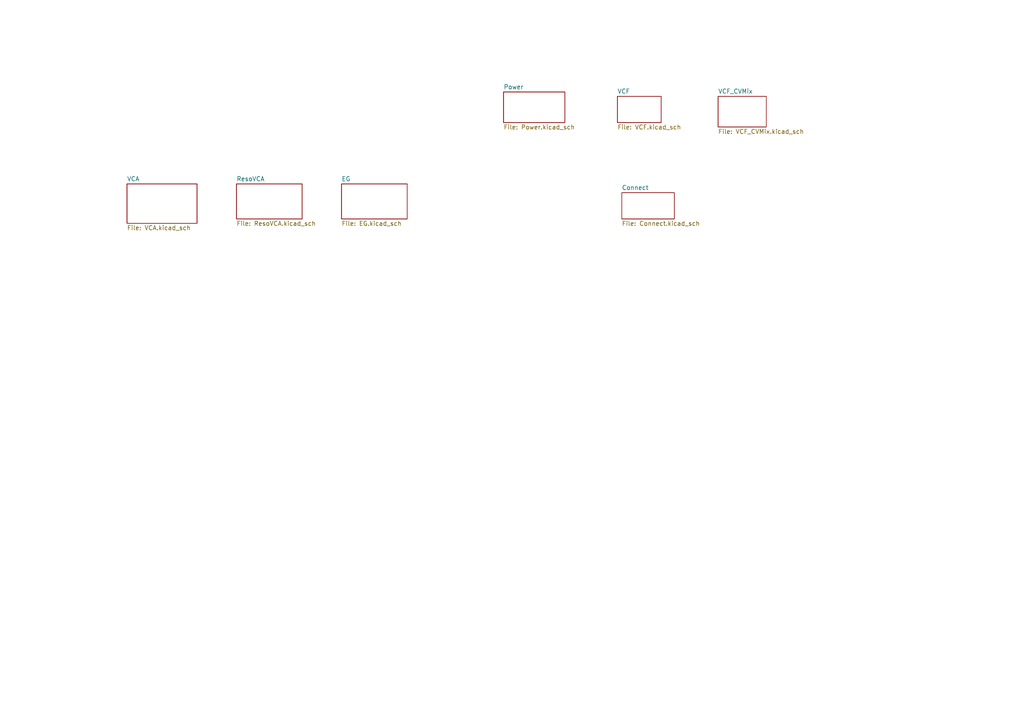
<source format=kicad_sch>
(kicad_sch
	(version 20250114)
	(generator "eeschema")
	(generator_version "9.0")
	(uuid "92765e2f-a998-485f-b610-76a9d5b50cba")
	(paper "A4")
	(lib_symbols)
	(sheet
		(at 36.83 53.34)
		(size 20.32 11.43)
		(exclude_from_sim no)
		(in_bom yes)
		(on_board yes)
		(dnp no)
		(fields_autoplaced yes)
		(stroke
			(width 0.1524)
			(type solid)
		)
		(fill
			(color 0 0 0 0.0000)
		)
		(uuid "3e1fadc0-1ea8-431e-ae01-135c41be23af")
		(property "Sheetname" "VCA"
			(at 36.83 52.6284 0)
			(effects
				(font
					(size 1.27 1.27)
				)
				(justify left bottom)
			)
		)
		(property "Sheetfile" "VCA.kicad_sch"
			(at 36.83 65.3546 0)
			(effects
				(font
					(size 1.27 1.27)
				)
				(justify left top)
			)
		)
		(instances
			(project "SynthBoard"
				(path "/92765e2f-a998-485f-b610-76a9d5b50cba"
					(page "8")
				)
			)
		)
	)
	(sheet
		(at 179.07 27.94)
		(size 12.7 7.62)
		(exclude_from_sim no)
		(in_bom yes)
		(on_board yes)
		(dnp no)
		(fields_autoplaced yes)
		(stroke
			(width 0.1524)
			(type solid)
		)
		(fill
			(color 0 0 0 0.0000)
		)
		(uuid "50ce6c98-ea13-446e-a5c0-eb76560b8936")
		(property "Sheetname" "VCF"
			(at 179.07 27.2284 0)
			(effects
				(font
					(size 1.27 1.27)
				)
				(justify left bottom)
			)
		)
		(property "Sheetfile" "VCF.kicad_sch"
			(at 179.07 36.1446 0)
			(effects
				(font
					(size 1.27 1.27)
				)
				(justify left top)
			)
		)
		(instances
			(project "SynthBoard"
				(path "/92765e2f-a998-485f-b610-76a9d5b50cba"
					(page "6")
				)
			)
		)
	)
	(sheet
		(at 208.28 27.94)
		(size 13.97 8.89)
		(exclude_from_sim no)
		(in_bom yes)
		(on_board yes)
		(dnp no)
		(fields_autoplaced yes)
		(stroke
			(width 0.1524)
			(type solid)
		)
		(fill
			(color 0 0 0 0.0000)
		)
		(uuid "91d0d04c-ea81-4181-b7cc-4c199a791c3e")
		(property "Sheetname" "VCF_CVMix"
			(at 208.28 27.2284 0)
			(effects
				(font
					(size 1.27 1.27)
				)
				(justify left bottom)
			)
		)
		(property "Sheetfile" "VCF_CVMix.kicad_sch"
			(at 208.28 37.4146 0)
			(effects
				(font
					(size 1.27 1.27)
				)
				(justify left top)
			)
		)
		(instances
			(project "SynthBoard"
				(path "/92765e2f-a998-485f-b610-76a9d5b50cba"
					(page "7")
				)
			)
		)
	)
	(sheet
		(at 180.34 55.88)
		(size 15.24 7.62)
		(exclude_from_sim no)
		(in_bom yes)
		(on_board yes)
		(dnp no)
		(fields_autoplaced yes)
		(stroke
			(width 0.1524)
			(type solid)
		)
		(fill
			(color 0 0 0 0.0000)
		)
		(uuid "a8184a09-2ac5-4159-bd95-783f5bee7b39")
		(property "Sheetname" "Connect"
			(at 180.34 55.1684 0)
			(effects
				(font
					(size 1.27 1.27)
				)
				(justify left bottom)
			)
		)
		(property "Sheetfile" "Connect.kicad_sch"
			(at 180.34 64.0846 0)
			(effects
				(font
					(size 1.27 1.27)
				)
				(justify left top)
			)
		)
		(instances
			(project "SynthBoard"
				(path "/92765e2f-a998-485f-b610-76a9d5b50cba"
					(page "12")
				)
			)
		)
	)
	(sheet
		(at 68.58 53.34)
		(size 19.05 10.16)
		(exclude_from_sim no)
		(in_bom yes)
		(on_board yes)
		(dnp no)
		(fields_autoplaced yes)
		(stroke
			(width 0.1524)
			(type solid)
		)
		(fill
			(color 0 0 0 0.0000)
		)
		(uuid "ce791b53-fe36-4133-8ad7-8aef41fe14ef")
		(property "Sheetname" "ResoVCA"
			(at 68.58 52.6284 0)
			(effects
				(font
					(size 1.27 1.27)
				)
				(justify left bottom)
			)
		)
		(property "Sheetfile" "ResoVCA.kicad_sch"
			(at 68.58 64.0846 0)
			(effects
				(font
					(size 1.27 1.27)
				)
				(justify left top)
			)
		)
		(instances
			(project "SynthBoard"
				(path "/92765e2f-a998-485f-b610-76a9d5b50cba"
					(page "9")
				)
			)
		)
	)
	(sheet
		(at 146.05 26.67)
		(size 17.78 8.89)
		(exclude_from_sim no)
		(in_bom yes)
		(on_board yes)
		(dnp no)
		(fields_autoplaced yes)
		(stroke
			(width 0.1524)
			(type solid)
		)
		(fill
			(color 0 0 0 0.0000)
		)
		(uuid "f1843a98-b8f0-4d2f-a60f-8ff83b866cf8")
		(property "Sheetname" "Power"
			(at 146.05 25.9584 0)
			(effects
				(font
					(size 1.27 1.27)
				)
				(justify left bottom)
			)
		)
		(property "Sheetfile" "Power.kicad_sch"
			(at 146.05 36.1446 0)
			(effects
				(font
					(size 1.27 1.27)
				)
				(justify left top)
			)
		)
		(instances
			(project "SynthBoard"
				(path "/92765e2f-a998-485f-b610-76a9d5b50cba"
					(page "5")
				)
			)
		)
	)
	(sheet
		(at 99.06 53.34)
		(size 19.05 10.16)
		(exclude_from_sim no)
		(in_bom yes)
		(on_board yes)
		(dnp no)
		(fields_autoplaced yes)
		(stroke
			(width 0.1524)
			(type solid)
		)
		(fill
			(color 0 0 0 0.0000)
		)
		(uuid "fc1487e4-e9d5-4a53-bb70-9661f25d7f46")
		(property "Sheetname" "EG"
			(at 99.06 52.6284 0)
			(effects
				(font
					(size 1.27 1.27)
				)
				(justify left bottom)
			)
		)
		(property "Sheetfile" "EG.kicad_sch"
			(at 99.06 64.0846 0)
			(effects
				(font
					(size 1.27 1.27)
				)
				(justify left top)
			)
		)
		(instances
			(project "SynthBoard"
				(path "/92765e2f-a998-485f-b610-76a9d5b50cba"
					(page "10")
				)
			)
		)
	)
	(sheet_instances
		(path "/"
			(page "1")
		)
	)
	(embedded_fonts no)
)

</source>
